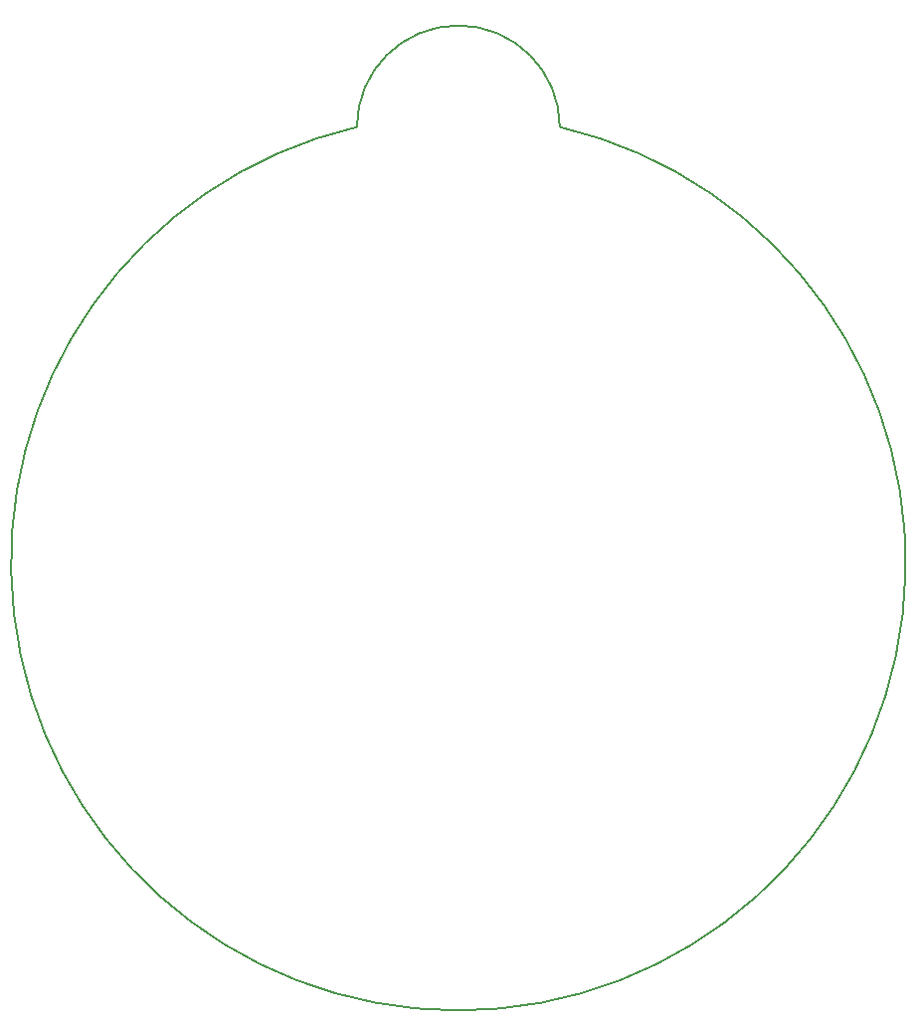
<source format=gm1>
G04 #@! TF.GenerationSoftware,KiCad,Pcbnew,(5.0.1)-3*
G04 #@! TF.CreationDate,2019-01-31T21:21:51-08:00*
G04 #@! TF.ProjectId,ruddock_crest,727564646F636B5F63726573742E6B69,A*
G04 #@! TF.SameCoordinates,Original*
G04 #@! TF.FileFunction,Profile,NP*
%FSLAX46Y46*%
G04 Gerber Fmt 4.6, Leading zero omitted, Abs format (unit mm)*
G04 Created by KiCad (PCBNEW (5.0.1)-3) date 1/31/2019 9:21:51 PM*
%MOMM*%
%LPD*%
G01*
G04 APERTURE LIST*
%ADD10C,0.150000*%
G04 APERTURE END LIST*
D10*
X150876001Y-64516001D02*
G75*
G02X133604001Y-64516001I-8636001J-37083999D01*
G01*
X133604000Y-64516000D02*
G75*
G02X150876000Y-64516000I8636000J0D01*
G01*
M02*

</source>
